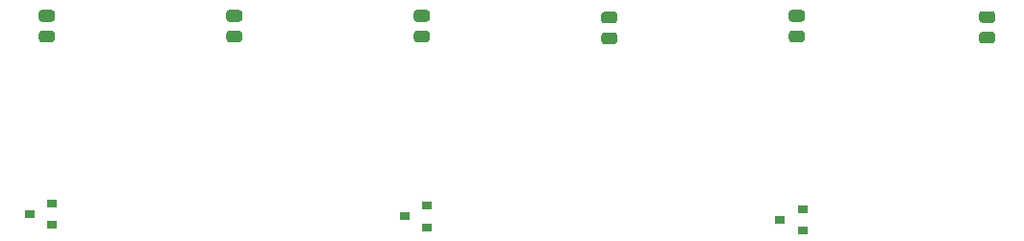
<source format=gbr>
%TF.GenerationSoftware,KiCad,Pcbnew,(5.1.8)-1*%
%TF.CreationDate,2020-12-01T03:48:25+04:00*%
%TF.ProjectId,111,3131312e-6b69-4636-9164-5f7063625858,ver 1.0*%
%TF.SameCoordinates,Original*%
%TF.FileFunction,Paste,Bot*%
%TF.FilePolarity,Positive*%
%FSLAX46Y46*%
G04 Gerber Fmt 4.6, Leading zero omitted, Abs format (unit mm)*
G04 Created by KiCad (PCBNEW (5.1.8)-1) date 2020-12-01 03:48:25*
%MOMM*%
%LPD*%
G01*
G04 APERTURE LIST*
%ADD10R,0.900000X0.800000*%
G04 APERTURE END LIST*
D10*
%TO.C,\u002AD1*%
X201962000Y-147386000D03*
X203962000Y-148336000D03*
X203962000Y-146436000D03*
%TD*%
%TO.C,\u002AD12*%
X170910000Y-146116000D03*
X170910000Y-148016000D03*
X168910000Y-147066000D03*
%TD*%
%TO.C,\u002AD13*%
X137890000Y-145928000D03*
X137890000Y-147828000D03*
X135890000Y-146878000D03*
%TD*%
%TO.C,\u002AR11*%
G36*
G01*
X220668002Y-131830500D02*
X219767998Y-131830500D01*
G75*
G02*
X219518000Y-131580502I0J249998D01*
G01*
X219518000Y-131055498D01*
G75*
G02*
X219767998Y-130805500I249998J0D01*
G01*
X220668002Y-130805500D01*
G75*
G02*
X220918000Y-131055498I0J-249998D01*
G01*
X220918000Y-131580502D01*
G75*
G02*
X220668002Y-131830500I-249998J0D01*
G01*
G37*
G36*
G01*
X220668002Y-130005500D02*
X219767998Y-130005500D01*
G75*
G02*
X219518000Y-129755502I0J249998D01*
G01*
X219518000Y-129230498D01*
G75*
G02*
X219767998Y-128980500I249998J0D01*
G01*
X220668002Y-128980500D01*
G75*
G02*
X220918000Y-129230498I0J-249998D01*
G01*
X220918000Y-129755502D01*
G75*
G02*
X220668002Y-130005500I-249998J0D01*
G01*
G37*
%TD*%
%TO.C,\u002AR12*%
G36*
G01*
X203904002Y-129902000D02*
X203003998Y-129902000D01*
G75*
G02*
X202754000Y-129652002I0J249998D01*
G01*
X202754000Y-129126998D01*
G75*
G02*
X203003998Y-128877000I249998J0D01*
G01*
X203904002Y-128877000D01*
G75*
G02*
X204154000Y-129126998I0J-249998D01*
G01*
X204154000Y-129652002D01*
G75*
G02*
X203904002Y-129902000I-249998J0D01*
G01*
G37*
G36*
G01*
X203904002Y-131727000D02*
X203003998Y-131727000D01*
G75*
G02*
X202754000Y-131477002I0J249998D01*
G01*
X202754000Y-130951998D01*
G75*
G02*
X203003998Y-130702000I249998J0D01*
G01*
X203904002Y-130702000D01*
G75*
G02*
X204154000Y-130951998I0J-249998D01*
G01*
X204154000Y-131477002D01*
G75*
G02*
X203904002Y-131727000I-249998J0D01*
G01*
G37*
%TD*%
%TO.C,\u002AR13*%
G36*
G01*
X187394002Y-131877500D02*
X186493998Y-131877500D01*
G75*
G02*
X186244000Y-131627502I0J249998D01*
G01*
X186244000Y-131102498D01*
G75*
G02*
X186493998Y-130852500I249998J0D01*
G01*
X187394002Y-130852500D01*
G75*
G02*
X187644000Y-131102498I0J-249998D01*
G01*
X187644000Y-131627502D01*
G75*
G02*
X187394002Y-131877500I-249998J0D01*
G01*
G37*
G36*
G01*
X187394002Y-130052500D02*
X186493998Y-130052500D01*
G75*
G02*
X186244000Y-129802502I0J249998D01*
G01*
X186244000Y-129277498D01*
G75*
G02*
X186493998Y-129027500I249998J0D01*
G01*
X187394002Y-129027500D01*
G75*
G02*
X187644000Y-129277498I0J-249998D01*
G01*
X187644000Y-129802502D01*
G75*
G02*
X187394002Y-130052500I-249998J0D01*
G01*
G37*
%TD*%
%TO.C,\u002AR14*%
G36*
G01*
X170884002Y-129902000D02*
X169983998Y-129902000D01*
G75*
G02*
X169734000Y-129652002I0J249998D01*
G01*
X169734000Y-129126998D01*
G75*
G02*
X169983998Y-128877000I249998J0D01*
G01*
X170884002Y-128877000D01*
G75*
G02*
X171134000Y-129126998I0J-249998D01*
G01*
X171134000Y-129652002D01*
G75*
G02*
X170884002Y-129902000I-249998J0D01*
G01*
G37*
G36*
G01*
X170884002Y-131727000D02*
X169983998Y-131727000D01*
G75*
G02*
X169734000Y-131477002I0J249998D01*
G01*
X169734000Y-130951998D01*
G75*
G02*
X169983998Y-130702000I249998J0D01*
G01*
X170884002Y-130702000D01*
G75*
G02*
X171134000Y-130951998I0J-249998D01*
G01*
X171134000Y-131477002D01*
G75*
G02*
X170884002Y-131727000I-249998J0D01*
G01*
G37*
%TD*%
%TO.C,\u002AR15*%
G36*
G01*
X154374002Y-131727000D02*
X153473998Y-131727000D01*
G75*
G02*
X153224000Y-131477002I0J249998D01*
G01*
X153224000Y-130951998D01*
G75*
G02*
X153473998Y-130702000I249998J0D01*
G01*
X154374002Y-130702000D01*
G75*
G02*
X154624000Y-130951998I0J-249998D01*
G01*
X154624000Y-131477002D01*
G75*
G02*
X154374002Y-131727000I-249998J0D01*
G01*
G37*
G36*
G01*
X154374002Y-129902000D02*
X153473998Y-129902000D01*
G75*
G02*
X153224000Y-129652002I0J249998D01*
G01*
X153224000Y-129126998D01*
G75*
G02*
X153473998Y-128877000I249998J0D01*
G01*
X154374002Y-128877000D01*
G75*
G02*
X154624000Y-129126998I0J-249998D01*
G01*
X154624000Y-129652002D01*
G75*
G02*
X154374002Y-129902000I-249998J0D01*
G01*
G37*
%TD*%
%TO.C,\u002AR16*%
G36*
G01*
X137864002Y-129902000D02*
X136963998Y-129902000D01*
G75*
G02*
X136714000Y-129652002I0J249998D01*
G01*
X136714000Y-129126998D01*
G75*
G02*
X136963998Y-128877000I249998J0D01*
G01*
X137864002Y-128877000D01*
G75*
G02*
X138114000Y-129126998I0J-249998D01*
G01*
X138114000Y-129652002D01*
G75*
G02*
X137864002Y-129902000I-249998J0D01*
G01*
G37*
G36*
G01*
X137864002Y-131727000D02*
X136963998Y-131727000D01*
G75*
G02*
X136714000Y-131477002I0J249998D01*
G01*
X136714000Y-130951998D01*
G75*
G02*
X136963998Y-130702000I249998J0D01*
G01*
X137864002Y-130702000D01*
G75*
G02*
X138114000Y-130951998I0J-249998D01*
G01*
X138114000Y-131477002D01*
G75*
G02*
X137864002Y-131727000I-249998J0D01*
G01*
G37*
%TD*%
M02*

</source>
